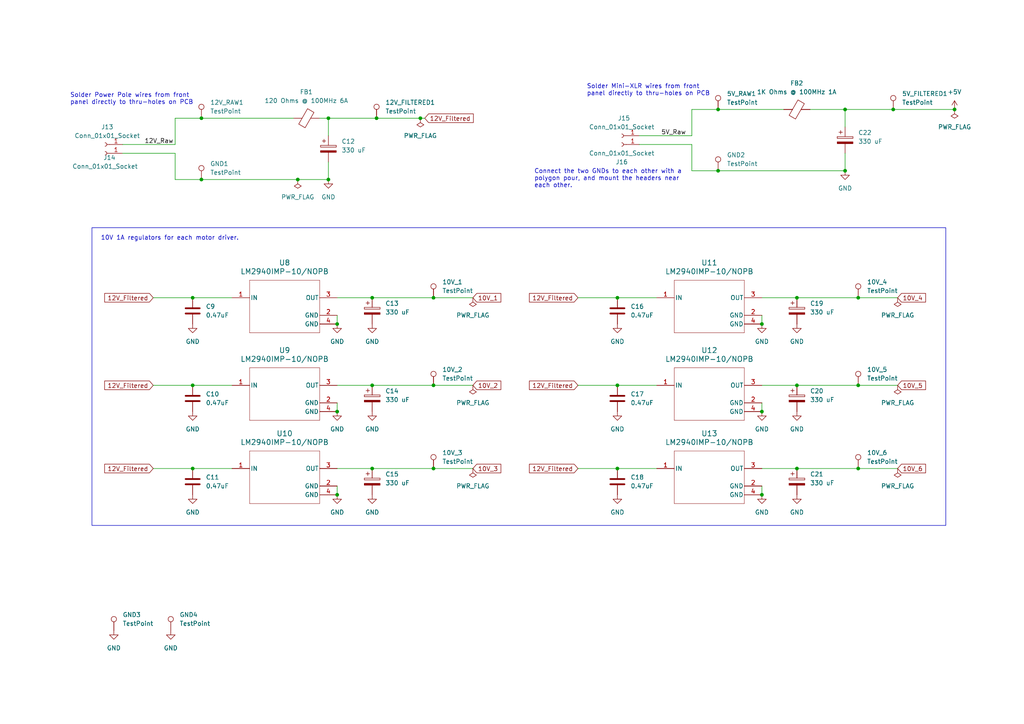
<source format=kicad_sch>
(kicad_sch (version 20230121) (generator eeschema)
  (paper "A4")
  (title_block (date "2023-12-06") (rev "1") (company "Saffman Group at UW-Madison") (comment 1 "Arian Noori"))
  (lib_symbols
    (symbol "2023-11-22_22-07-34:LM2940IMP-10_NOPB" (pin_names (offset 0.254))
      (property "Reference" "U" (at 0 2.54 0))
      (property "Value" "LM2940IMP-10/NOPB" (at 0 0 0))
      (symbol "LM2940IMP-10_NOPB_0_1"
        (polyline (pts (xy -10.16 -7.62) (xy 10.16 -7.62)) (stroke (width 0.1016)))
        (polyline (pts (xy -10.16 7.62) (xy -10.16 -7.62)) (stroke (width 0.1016)))
        (polyline (pts (xy 10.16 -7.62) (xy 10.16 7.62)) (stroke (width 0.1016)))
        (polyline (pts (xy 10.16 7.62) (xy -10.16 7.62)) (stroke (width 0.1016)))
        (pin power_in line (at -15.24 2.54 0) (length 5.08) (name "IN") (number "1"))
        (pin power_in line (at 15.24 -2.54 180) (length 5.08) (name "GND") (number "2"))
        (pin power_in line (at 15.24 2.54 180) (length 5.08) (name "OUT") (number "3"))
        (pin power_in line (at 15.24 -5.08 180) (length 5.08) (name "GND") (number "4"))
      )
    )
    (symbol "Connector:Conn_01x01_Socket" (pin_names (offset 1.016) hide)
      (property "Reference" "J" (at 0 2.54 0))
      (property "Value" "Conn_01x01_Socket" (at 0 -2.54 0))
      (symbol "Conn_01x01_Socket_1_1"
        (polyline (pts (xy -1.27 0) (xy -0.508 0)) (stroke (width 0.1524)))
        (arc (start 0 0.508) (mid -0.5058 0) (end 0 -0.508) (stroke (width 0.1524)))
        (pin passive line (at -5.08 0 0) (length 3.81) (name "Pin_1") (number "1"))
      )
    )
    (symbol "Connector:TestPoint" (pin_numbers hide) (pin_names (offset 0.762) hide)
      (property "Reference" "TP" (at 0 6.858 0))
      (property "Value" "TestPoint" (at 0 5.08 0))
      (symbol "TestPoint_0_1"
        (circle (center 0 3.302) (radius 0.762))
      )
      (symbol "TestPoint_1_1"
        (pin passive line (at 0 0 90) (length 2.54) (name "1") (number "1"))
      )
    )
    (symbol "Device:C" (pin_numbers hide) (pin_names (offset 0.254))
      (property "Reference" "C" (at 0.635 2.54 0))
      (property "Value" "C" (at 0.635 -2.54 0))
      (symbol "C_0_1"
        (polyline (pts (xy -2.032 -0.762) (xy 2.032 -0.762)) (stroke (width 0.508)))
        (polyline (pts (xy -2.032 0.762) (xy 2.032 0.762)) (stroke (width 0.508)))
      )
      (symbol "C_1_1"
        (pin passive line (at 0 3.81 270) (length 2.794) (name "~") (number "1"))
        (pin passive line (at 0 -3.81 90) (length 2.794) (name "~") (number "2"))
      )
    )
    (symbol "Device:C_Polarized" (pin_numbers hide) (pin_names (offset 0.254))
      (property "Reference" "C" (at 0.635 2.54 0))
      (property "Value" "C_Polarized" (at 0.635 -2.54 0))
      (symbol "C_Polarized_0_1"
        (rectangle (start -2.286 0.508) (end 2.286 1.016))
        (polyline (pts (xy -1.778 2.286) (xy -0.762 2.286)))
        (polyline (pts (xy -1.27 2.794) (xy -1.27 1.778)))
        (rectangle (start 2.286 -0.508) (end -2.286 -1.016) (fill (type outline)))
      )
      (symbol "C_Polarized_1_1"
        (pin passive line (at 0 3.81 270) (length 2.794) (name "~") (number "1"))
        (pin passive line (at 0 -3.81 90) (length 2.794) (name "~") (number "2"))
      )
    )
    (symbol "Device:FerriteBead" (pin_numbers hide) (pin_names (offset 0))
      (property "Reference" "FB" (at -3.81 0.635 90))
      (property "Value" "FerriteBead" (at 3.81 0 90))
      (symbol "FerriteBead_0_1"
        (polyline (pts (xy 0 -1.27) (xy 0 -1.2192)))
        (polyline (pts (xy 0 1.27) (xy 0 1.2954)))
        (polyline (pts (xy -2.7686 0.4064) (xy -1.7018 2.2606) (xy 2.7686 -0.3048) (xy 1.6764 -2.159) (xy -2.7686 0.4064)))
      )
      (symbol "FerriteBead_1_1"
        (pin passive line (at 0 3.81 270) (length 2.54) (name "~") (number "1"))
        (pin passive line (at 0 -3.81 90) (length 2.54) (name "~") (number "2"))
      )
    )
    (symbol "power:+5V" (power) (pin_names (offset 0))
      (property "Value" "+5V" (at 0 3.556 0))
      (symbol "+5V_0_1"
        (polyline (pts (xy -0.762 1.27) (xy 0 2.54)))
        (polyline (pts (xy 0 0) (xy 0 2.54)))
        (polyline (pts (xy 0 2.54) (xy 0.762 1.27)))
      )
      (symbol "+5V_1_1"
        (pin power_in line (at 0 0 90) (length 0) hide (name "+5V") (number "1"))
      )
    )
    (symbol "power:GND" (power) (pin_names (offset 0))
      (property "Value" "GND" (at 0 -3.81 0))
      (symbol "GND_0_1"
        (polyline (pts (xy 0 0) (xy 0 -1.27) (xy 1.27 -1.27) (xy 0 -2.54) (xy -1.27 -1.27) (xy 0 -1.27)))
      )
      (symbol "GND_1_1"
        (pin power_in line (at 0 0 270) (length 0) hide (name "GND") (number "1"))
      )
    )
    (symbol "power:PWR_FLAG" (power) (pin_numbers hide) (pin_names (offset 0) hide)
      (property "Value" "PWR_FLAG" (at 0 3.81 0))
      (symbol "PWR_FLAG_0_0"
        (pin power_out line (at 0 0 90) (length 0) (name "pwr") (number "1"))
      )
      (symbol "PWR_FLAG_0_1"
        (polyline (pts (xy 0 0) (xy 0 1.27) (xy -1.016 1.905) (xy 0 2.54) (xy 1.016 1.905) (xy 0 1.27)))
      )
    )
  )
  (junction (at 95.25 34.29))
  (junction (at 245.11 31.75))
  (junction (at 220.98 143.51))
  (junction (at 179.07 111.76))
  (junction (at 55.88 111.76))
  (junction (at 220.98 93.98))
  (junction (at 231.14 135.89))
  (junction (at 97.79 93.98))
  (junction (at 107.95 86.36))
  (junction (at 95.25 52.07))
  (junction (at 179.07 86.36))
  (junction (at 107.95 135.89))
  (junction (at 97.79 143.51))
  (junction (at 86.36 52.07))
  (junction (at 109.22 34.29))
  (junction (at 220.98 119.38))
  (junction (at 208.28 49.53))
  (junction (at 276.86 31.75))
  (junction (at 55.88 86.36))
  (junction (at 107.95 111.76))
  (junction (at 125.73 135.89))
  (junction (at 125.73 111.76))
  (junction (at 248.92 135.89))
  (junction (at 231.14 86.36))
  (junction (at 125.73 86.36))
  (junction (at 248.92 86.36))
  (junction (at 259.08 31.75))
  (junction (at 208.28 31.75))
  (junction (at 179.07 135.89))
  (junction (at 121.92 34.29))
  (junction (at 58.42 52.07))
  (junction (at 97.79 119.38))
  (junction (at 58.42 34.29))
  (junction (at 55.88 135.89))
  (junction (at 248.92 111.76))
  (junction (at 245.11 49.53))
  (junction (at 231.14 111.76))
  (wire (pts (xy 220.98 140.97) (xy 220.98 143.51)))
  (wire (pts (xy 248.92 86.36) (xy 260.35 86.36)))
  (wire (pts (xy 97.79 140.97) (xy 97.79 143.51)))
  (wire (pts (xy 44.45 86.36) (xy 55.88 86.36)))
  (wire (pts (xy 259.08 31.75) (xy 276.86 31.75)))
  (wire (pts (xy 92.71 34.29) (xy 95.25 34.29)))
  (wire (pts (xy 107.95 111.76) (xy 125.73 111.76)))
  (wire (pts (xy 200.66 49.53) (xy 208.28 49.53)))
  (wire (pts (xy 97.79 111.76) (xy 107.95 111.76)))
  (wire (pts (xy 125.73 111.76) (xy 137.16 111.76)))
  (wire (pts (xy 245.11 31.75) (xy 245.11 36.83)))
  (wire (pts (xy 50.8 41.91) (xy 35.56 41.91)))
  (wire (pts (xy 86.36 52.07) (xy 95.25 52.07)))
  (wire (pts (xy 208.28 31.75) (xy 227.33 31.75)))
  (wire (pts (xy 208.28 49.53) (xy 245.11 49.53)))
  (wire (pts (xy 248.92 135.89) (xy 260.35 135.89)))
  (wire (pts (xy 58.42 52.07) (xy 86.36 52.07)))
  (wire (pts (xy 167.64 135.89) (xy 179.07 135.89)))
  (wire (pts (xy 125.73 86.36) (xy 137.16 86.36)))
  (wire (pts (xy 95.25 46.99) (xy 95.25 52.07)))
  (wire (pts (xy 97.79 116.84) (xy 97.79 119.38)))
  (wire (pts (xy 55.88 111.76) (xy 67.31 111.76)))
  (wire (pts (xy 44.45 111.76) (xy 55.88 111.76)))
  (wire (pts (xy 50.8 34.29) (xy 50.8 41.91)))
  (wire (pts (xy 231.14 111.76) (xy 248.92 111.76)))
  (wire (pts (xy 200.66 41.91) (xy 200.66 49.53)))
  (wire (pts (xy 50.8 44.45) (xy 50.8 52.07)))
  (wire (pts (xy 55.88 135.89) (xy 67.31 135.89)))
  (wire (pts (xy 245.11 44.45) (xy 245.11 49.53)))
  (wire (pts (xy 220.98 86.36) (xy 231.14 86.36)))
  (wire (pts (xy 200.66 31.75) (xy 200.66 39.37)))
  (wire (pts (xy 55.88 86.36) (xy 67.31 86.36)))
  (wire (pts (xy 95.25 34.29) (xy 95.25 39.37)))
  (wire (pts (xy 220.98 91.44) (xy 220.98 93.98)))
  (wire (pts (xy 97.79 135.89) (xy 107.95 135.89)))
  (wire (pts (xy 220.98 111.76) (xy 231.14 111.76)))
  (wire (pts (xy 185.42 41.91) (xy 200.66 41.91)))
  (wire (pts (xy 179.07 135.89) (xy 190.5 135.89)))
  (wire (pts (xy 208.28 31.75) (xy 200.66 31.75)))
  (wire (pts (xy 220.98 135.89) (xy 231.14 135.89)))
  (wire (pts (xy 50.8 52.07) (xy 58.42 52.07)))
  (wire (pts (xy 200.66 39.37) (xy 185.42 39.37)))
  (wire (pts (xy 121.92 34.29) (xy 123.19 34.29)))
  (wire (pts (xy 97.79 91.44) (xy 97.79 93.98)))
  (wire (pts (xy 58.42 34.29) (xy 85.09 34.29)))
  (wire (pts (xy 248.92 111.76) (xy 260.35 111.76)))
  (wire (pts (xy 234.95 31.75) (xy 245.11 31.75)))
  (wire (pts (xy 179.07 111.76) (xy 190.5 111.76)))
  (wire (pts (xy 179.07 86.36) (xy 190.5 86.36)))
  (wire (pts (xy 231.14 135.89) (xy 248.92 135.89)))
  (wire (pts (xy 109.22 34.29) (xy 121.92 34.29)))
  (wire (pts (xy 167.64 111.76) (xy 179.07 111.76)))
  (wire (pts (xy 107.95 86.36) (xy 125.73 86.36)))
  (wire (pts (xy 97.79 86.36) (xy 107.95 86.36)))
  (wire (pts (xy 58.42 34.29) (xy 50.8 34.29)))
  (wire (pts (xy 231.14 86.36) (xy 248.92 86.36)))
  (wire (pts (xy 107.95 135.89) (xy 125.73 135.89)))
  (wire (pts (xy 44.45 135.89) (xy 55.88 135.89)))
  (wire (pts (xy 95.25 34.29) (xy 109.22 34.29)))
  (wire (pts (xy 125.73 135.89) (xy 137.16 135.89)))
  (wire (pts (xy 245.11 31.75) (xy 259.08 31.75)))
  (wire (pts (xy 167.64 86.36) (xy 179.07 86.36)))
  (wire (pts (xy 220.98 116.84) (xy 220.98 119.38)))
  (wire (pts (xy 35.56 44.45) (xy 50.8 44.45)))
  (rectangle (start 26.67 66.04) (end 274.32 152.4))
  (text "Solder Mini-XLR wires from front \npanel directly to thru-holes on PCB" (at 170.18 27.94 0) (effects (font (size 1.27 1.27)) (justify left bottom)))
  (text "Connect the two GNDs to each other with a\npolygon pour, and mount the headers near\neach other." (at 154.94 54.61 0) (effects (font (size 1.27 1.27)) (justify left bottom)))
  (text "Solder Power Pole wires from front \npanel directly to thru-holes on PCB" (at 20.32 30.48 0) (effects (font (size 1.27 1.27)) (justify left bottom)))
  (text "10V 1A regulators for each motor driver.\n" (at 29.21 69.85 0) (effects (font (size 1.27 1.27)) (justify left bottom)))
  (label "12V_Raw" (at 41.91 41.91 0))
  (label "5V_Raw" (at 191.77 39.37 0))
  (global_label "12V_Filtered" (shape input) (at 44.45 86.36 180) (property "Intersheetrefs" "${INTERSHEET_REFS}" (effects hide)))
  (global_label "10V_3" (shape input) (at 137.16 135.89 0) (property "Intersheetrefs" "${INTERSHEET_REFS}" (effects hide)))
  (global_label "10V_6" (shape input) (at 260.35 135.89 0) (property "Intersheetrefs" "${INTERSHEET_REFS}" (effects hide)))
  (global_label "12V_Filtered" (shape input) (at 44.45 111.76 180) (property "Intersheetrefs" "${INTERSHEET_REFS}" (effects hide)))
  (global_label "12V_Filtered" (shape input) (at 167.64 111.76 180) (property "Intersheetrefs" "${INTERSHEET_REFS}" (effects hide)))
  (global_label "10V_1" (shape input) (at 137.16 86.36 0) (property "Intersheetrefs" "${INTERSHEET_REFS}" (effects hide)))
  (global_label "12V_Filtered" (shape input) (at 44.45 135.89 180) (property "Intersheetrefs" "${INTERSHEET_REFS}" (effects hide)))
  (global_label "10V_5" (shape input) (at 260.35 111.76 0) (property "Intersheetrefs" "${INTERSHEET_REFS}" (effects hide)))
  (global_label "12V_Filtered" (shape input) (at 167.64 135.89 180) (property "Intersheetrefs" "${INTERSHEET_REFS}" (effects hide)))
  (global_label "10V_2" (shape input) (at 137.16 111.76 0) (property "Intersheetrefs" "${INTERSHEET_REFS}" (effects hide)))
  (global_label "10V_4" (shape input) (at 260.35 86.36 0) (property "Intersheetrefs" "${INTERSHEET_REFS}" (effects hide)))
  (global_label "12V_Filtered" (shape input) (at 123.19 34.29 0) (property "Intersheetrefs" "${INTERSHEET_REFS}" (effects hide)))
  (global_label "12V_Filtered" (shape input) (at 167.64 86.36 180) (property "Intersheetrefs" "${INTERSHEET_REFS}" (effects hide)))
  (symbol (lib_id "power:GND") (at 220.98 119.38 0) (unit 1)
    (property "Reference" "#PWR030" (effects hide))
    (property "Value" "GND" (at 220.98 124.46 0))
  )
  (symbol (lib_id "power:GND") (at 107.95 93.98 0) (unit 1)
    (property "Reference" "#PWR023" (effects hide))
    (property "Value" "GND" (at 107.95 99.06 0))
  )
  (symbol (lib_id "Device:C") (at 55.88 139.7 0) (unit 1)
    (property "Reference" "C11" (at 59.69 138.43 0) (effects (justify left)))
    (property "Value" "0.47uF" (at 59.69 140.97 0) (effects (justify left)))
    (property "Footprint" "Capacitor_SMD:C_0805_2012Metric_Pad1.18x1.45mm_HandSolder" (effects hide))
    (property "Datasheet" "https://www.digikey.com/en/products/detail/samsung-electro-mechanics/CL21B474KBFNNNG/3894539" (effects hide))
  )
  (symbol (lib_id "Device:C") (at 55.88 90.17 0) (unit 1)
    (property "Reference" "C9" (at 59.69 88.9 0) (effects (justify left)))
    (property "Value" "0.47uF" (at 59.69 91.44 0) (effects (justify left)))
    (property "Footprint" "Capacitor_SMD:C_0805_2012Metric_Pad1.18x1.45mm_HandSolder" (effects hide))
    (property "Datasheet" "https://www.digikey.com/en/products/detail/samsung-electro-mechanics/CL21B474KBFNNNG/3894539" (effects hide))
  )
  (symbol (lib_id "2023-11-22_22-07-34:LM2940IMP-10_NOPB") (at 82.55 138.43 0) (unit 1)
    (property "Reference" "U10" (at 82.55 125.73 0) (effects (font (size 1.524 1.524))))
    (property "Value" "LM2940IMP-10/NOPB" (at 82.55 128.27 0) (effects (font (size 1.524 1.524))))
    (property "Footprint" "LM2940IMP_10_NOPB:DCY0004A_M" (effects hide))
    (property "Datasheet" "LM2940IMP-10/NOPB" (effects hide))
  )
  (symbol (lib_id "power:PWR_FLAG") (at 137.16 111.76 180) (unit 1)
    (property "Reference" "#FLG?" (effects hide))
    (property "Value" "PWR_FLAG" (at 137.16 116.84 0))
    (instances (project "ShutterDriver" (path "" (reference "#FLG?") (unit 1)) (path "" (reference "#FLG04") (unit 1))))
  )
  (symbol (lib_id "power:GND") (at 55.88 93.98 0) (unit 1)
    (property "Reference" "#PWR016" (effects hide))
    (property "Value" "GND" (at 55.88 99.06 0))
  )
  (symbol (lib_id "Device:C_Polarized") (at 95.25 43.18 0) (unit 1)
    (property "Reference" "C12" (at 99.06 41.021 0) (effects (justify left)))
    (property "Value" "330 uF" (at 99.06 43.561 0) (effects (justify left)))
    (property "Footprint" "Capacitor_SMD:CP_Elec_8x11.9" (effects hide))
    (property "Datasheet" "https://www.digikey.com/en/products/detail/panasonic-electronic-components/EEE-FN1E331P/11657037" (effects hide))
  )
  (symbol (lib_id "power:GND") (at 179.07 143.51 0) (unit 1)
    (property "Reference" "#PWR028" (effects hide))
    (property "Value" "GND" (at 179.07 148.59 0))
  )
  (symbol (lib_id "2023-11-22_22-07-34:LM2940IMP-10_NOPB") (at 205.74 88.9 0) (unit 1)
    (property "Reference" "U11" (at 205.74 76.2 0) (effects (font (size 1.524 1.524))))
    (property "Value" "LM2940IMP-10/NOPB" (at 205.74 78.74 0) (effects (font (size 1.524 1.524))))
    (property "Footprint" "LM2940IMP_10_NOPB:DCY0004A_M" (effects hide))
    (property "Datasheet" "LM2940IMP-10/NOPB" (effects hide))
  )
  (symbol (lib_id "2023-11-22_22-07-34:LM2940IMP-10_NOPB") (at 82.55 88.9 0) (unit 1)
    (property "Reference" "U8" (at 82.55 76.2 0) (effects (font (size 1.524 1.524))))
    (property "Value" "LM2940IMP-10/NOPB" (at 82.55 78.74 0) (effects (font (size 1.524 1.524))))
    (property "Footprint" "LM2940IMP_10_NOPB:DCY0004A_M" (effects hide))
    (property "Datasheet" "LM2940IMP-10/NOPB" (effects hide))
  )
  (symbol (lib_id "power:PWR_FLAG") (at 260.35 135.89 180) (unit 1)
    (property "Reference" "#FLG?" (effects hide))
    (property "Value" "PWR_FLAG" (at 260.35 140.97 0))
    (instances (project "ShutterDriver" (path "" (reference "#FLG?") (unit 1)) (path "" (reference "#FLG08") (unit 1))))
  )
  (symbol (lib_id "power:GND") (at 49.53 182.88 0) (unit 1)
    (property "Reference" "#PWR038" (effects hide))
    (property "Value" "GND" (at 49.53 187.96 0))
  )
  (symbol (lib_id "power:PWR_FLAG") (at 260.35 111.76 180) (unit 1)
    (property "Reference" "#FLG?" (effects hide))
    (property "Value" "PWR_FLAG" (at 260.35 116.84 0))
    (instances (project "ShutterDriver" (path "" (reference "#FLG?") (unit 1)) (path "" (reference "#FLG07") (unit 1))))
  )
  (symbol (lib_id "Connector:TestPoint") (at 125.73 86.36 0) (unit 1)
    (property "Reference" "10V_1" (at 128.27 81.788 0) (effects (justify left)))
    (property "Value" "TestPoint" (at 128.27 84.328 0) (effects (justify left)))
    (property "Footprint" "TestPoint:TestPoint_Keystone_5019_Minature" (effects hide))
    (property "Datasheet" "https://www.digikey.com/en/products/detail/keystone-electronics/5019/3907343?s=N4IgTCBcDaINYFMCeBnALgewHYIAQFYAGARgE4QBdAXyA" (effects hide))
  )
  (symbol (lib_id "2023-11-22_22-07-34:LM2940IMP-10_NOPB") (at 205.74 138.43 0) (unit 1)
    (property "Reference" "U13" (at 205.74 125.73 0) (effects (font (size 1.524 1.524))))
    (property "Value" "LM2940IMP-10/NOPB" (at 205.74 128.27 0) (effects (font (size 1.524 1.524))))
    (property "Footprint" "LM2940IMP_10_NOPB:DCY0004A_M" (effects hide))
    (property "Datasheet" "LM2940IMP-10/NOPB" (effects hide))
  )
  (symbol (lib_id "power:GND") (at 97.79 143.51 0) (unit 1)
    (property "Reference" "#PWR022" (effects hide))
    (property "Value" "GND" (at 97.79 148.59 0))
  )
  (symbol (lib_id "power:PWR_FLAG") (at 137.16 135.89 180) (unit 1)
    (property "Reference" "#FLG?" (effects hide))
    (property "Value" "PWR_FLAG" (at 137.16 140.97 0))
    (instances (project "ShutterDriver" (path "" (reference "#FLG?") (unit 1)) (path "" (reference "#FLG05") (unit 1))))
  )
  (symbol (lib_id "Device:FerriteBead") (at 88.9 34.29 90) (unit 1)
    (property "Reference" "FB1" (at 88.8492 26.67 90))
    (property "Value" "120 Ohms @ 100MHz 6A" (at 88.8492 29.21 90))
    (property "Footprint" "Resistor_SMD:R_0805_2012Metric_Pad1.20x1.40mm_HandSolder" (effects hide))
    (property "Datasheet" "https://www.digikey.com/en/products/detail/fair-rite-products-corp/2508051217Y6/8594305" (effects hide))
  )
  (symbol (lib_id "Connector:TestPoint") (at 125.73 135.89 0) (unit 1)
    (property "Reference" "10V_3" (at 128.27 131.318 0) (effects (justify left)))
    (property "Value" "TestPoint" (at 128.27 133.858 0) (effects (justify left)))
    (property "Footprint" "TestPoint:TestPoint_Keystone_5019_Minature" (effects hide))
    (property "Datasheet" "https://www.digikey.com/en/products/detail/keystone-electronics/5019/3907343?s=N4IgTCBcDaINYFMCeBnALgewHYIAQFYAGARgE4QBdAXyA" (effects hide))
  )
  (symbol (lib_id "Device:C_Polarized") (at 107.95 90.17 0) (unit 1)
    (property "Reference" "C13" (at 111.76 88.011 0) (effects (justify left)))
    (property "Value" "330 uF" (at 111.76 90.551 0) (effects (justify left)))
    (property "Footprint" "Capacitor_SMD:CP_Elec_8x11.9" (effects hide))
    (property "Datasheet" "https://www.digikey.com/en/products/detail/panasonic-electronic-components/EEE-FN1E331P/11657037" (effects hide))
  )
  (symbol (lib_id "Device:C_Polarized") (at 107.95 115.57 0) (unit 1)
    (property "Reference" "C14" (at 111.76 113.411 0) (effects (justify left)))
    (property "Value" "330 uF" (at 111.76 115.951 0) (effects (justify left)))
    (property "Footprint" "Capacitor_SMD:CP_Elec_8x11.9" (effects hide))
    (property "Datasheet" "https://www.digikey.com/en/products/detail/panasonic-electronic-components/EEE-FN1E331P/11657037" (effects hide))
  )
  (symbol (lib_id "power:PWR_FLAG") (at 260.35 86.36 180) (unit 1)
    (property "Reference" "#FLG?" (effects hide))
    (property "Value" "PWR_FLAG" (at 260.35 91.44 0))
    (instances (project "ShutterDriver" (path "" (reference "#FLG?") (unit 1)) (path "" (reference "#FLG06") (unit 1))))
  )
  (symbol (lib_id "power:GND") (at 95.25 52.07 0) (unit 1)
    (property "Reference" "#PWR019" (effects hide))
    (property "Value" "GND" (at 95.25 57.15 0))
  )
  (symbol (lib_id "Device:C_Polarized") (at 231.14 115.57 0) (unit 1)
    (property "Reference" "C20" (at 234.95 113.411 0) (effects (justify left)))
    (property "Value" "330 uF" (at 234.95 115.951 0) (effects (justify left)))
    (property "Footprint" "Capacitor_SMD:CP_Elec_8x11.9" (effects hide))
    (property "Datasheet" "https://www.digikey.com/en/products/detail/panasonic-electronic-components/EEE-FN1E331P/11657037" (effects hide))
  )
  (symbol (lib_id "power:GND") (at 107.95 143.51 0) (unit 1)
    (property "Reference" "#PWR025" (effects hide))
    (property "Value" "GND" (at 107.95 148.59 0))
  )
  (symbol (lib_id "Connector:TestPoint") (at 58.42 52.07 0) (unit 1)
    (property "Reference" "GND1" (at 60.96 47.498 0) (effects (justify left)))
    (property "Value" "TestPoint" (at 60.96 50.038 0) (effects (justify left)))
    (property "Footprint" "TestPoint:TestPoint_Keystone_5019_Minature" (effects hide))
    (property "Datasheet" "https://www.digikey.com/en/products/detail/keystone-electronics/5019/3907343?s=N4IgTCBcDaINYFMCeBnALgewHYIAQFYAGARgE4QBdAXyA" (effects hide))
  )
  (symbol (lib_id "Device:C") (at 179.07 115.57 0) (unit 1)
    (property "Reference" "C17" (at 182.88 114.3 0) (effects (justify left)))
    (property "Value" "0.47uF" (at 182.88 116.84 0) (effects (justify left)))
    (property "Footprint" "Capacitor_SMD:C_0805_2012Metric_Pad1.18x1.45mm_HandSolder" (effects hide))
    (property "Datasheet" "https://www.digikey.com/en/products/detail/samsung-electro-mechanics/CL21B474KBFNNNG/3894539" (effects hide))
  )
  (symbol (lib_id "Connector:TestPoint") (at 248.92 135.89 0) (unit 1)
    (property "Reference" "10V_6" (at 251.46 131.318 0) (effects (justify left)))
    (property "Value" "TestPoint" (at 251.46 133.858 0) (effects (justify left)))
    (property "Footprint" "TestPoint:TestPoint_Keystone_5019_Minature" (effects hide))
    (property "Datasheet" "https://www.digikey.com/en/products/detail/keystone-electronics/5019/3907343?s=N4IgTCBcDaINYFMCeBnALgewHYIAQFYAGARgE4QBdAXyA" (effects hide))
  )
  (symbol (lib_id "Device:C") (at 55.88 115.57 0) (unit 1)
    (property "Reference" "C10" (at 59.69 114.3 0) (effects (justify left)))
    (property "Value" "0.47uF" (at 59.69 116.84 0) (effects (justify left)))
    (property "Footprint" "Capacitor_SMD:C_0805_2012Metric_Pad1.18x1.45mm_HandSolder" (effects hide))
    (property "Datasheet" "https://www.digikey.com/en/products/detail/samsung-electro-mechanics/CL21B474KBFNNNG/3894539" (effects hide))
  )
  (symbol (lib_id "Connector:TestPoint") (at 259.08 31.75 0) (unit 1)
    (property "Reference" "5V_FILTERED1" (at 261.62 27.178 0) (effects (justify left)))
    (property "Value" "TestPoint" (at 261.62 29.718 0) (effects (justify left)))
    (property "Footprint" "TestPoint:TestPoint_Keystone_5019_Minature" (effects hide))
    (property "Datasheet" "https://www.digikey.com/en/products/detail/keystone-electronics/5019/3907343?s=N4IgTCBcDaINYFMCeBnALgewHYIAQFYAGARgE4QBdAXyA" (effects hide))
  )
  (symbol (lib_id "power:+5V") (at 276.86 31.75 0) (unit 1)
    (property "Reference" "#PWR036" (effects hide))
    (property "Value" "+5V" (at 276.86 26.67 0))
  )
  (symbol (lib_id "Device:C_Polarized") (at 231.14 139.7 0) (unit 1)
    (property "Reference" "C21" (at 234.95 137.541 0) (effects (justify left)))
    (property "Value" "330 uF" (at 234.95 140.081 0) (effects (justify left)))
    (property "Footprint" "Capacitor_SMD:CP_Elec_8x11.9" (effects hide))
    (property "Datasheet" "https://www.digikey.com/en/products/detail/panasonic-electronic-components/EEE-FN1E331P/11657037" (effects hide))
  )
  (symbol (lib_id "power:GND") (at 179.07 119.38 0) (unit 1)
    (property "Reference" "#PWR027" (effects hide))
    (property "Value" "GND" (at 179.07 124.46 0))
  )
  (symbol (lib_id "Connector:TestPoint") (at 248.92 86.36 0) (unit 1)
    (property "Reference" "10V_4" (at 251.46 81.788 0) (effects (justify left)))
    (property "Value" "TestPoint" (at 251.46 84.328 0) (effects (justify left)))
    (property "Footprint" "TestPoint:TestPoint_Keystone_5019_Minature" (effects hide))
    (property "Datasheet" "https://www.digikey.com/en/products/detail/keystone-electronics/5019/3907343?s=N4IgTCBcDaINYFMCeBnALgewHYIAQFYAGARgE4QBdAXyA" (effects hide))
  )
  (symbol (lib_id "Device:C") (at 179.07 90.17 0) (unit 1)
    (property "Reference" "C16" (at 182.88 88.9 0) (effects (justify left)))
    (property "Value" "0.47uF" (at 182.88 91.44 0) (effects (justify left)))
    (property "Footprint" "Capacitor_SMD:C_0805_2012Metric_Pad1.18x1.45mm_HandSolder" (effects hide))
    (property "Datasheet" "https://www.digikey.com/en/products/detail/samsung-electro-mechanics/CL21B474KBFNNNG/3894539" (effects hide))
  )
  (symbol (lib_id "power:PWR_FLAG") (at 86.36 52.07 180) (unit 1)
    (property "Reference" "#FLG?" (effects hide))
    (property "Value" "PWR_FLAG" (at 86.36 57.15 0))
    (instances (project "ShutterDriver" (path "" (reference "#FLG?") (unit 1)) (path "" (reference "#FLG01") (unit 1))))
  )
  (symbol (lib_id "Device:FerriteBead") (at 231.14 31.75 90) (unit 1)
    (property "Reference" "FB2" (at 231.0892 24.13 90))
    (property "Value" "1K Ohms @ 100MHz 1A" (at 231.0892 26.67 90))
    (property "Footprint" "Resistor_SMD:R_0805_2012Metric_Pad1.20x1.40mm_HandSolder" (effects hide))
    (property "Datasheet" "https://www.digikey.com/en/products/detail/fair-rite-products-corp/2508051027Y1/8594251" (effects hide))
  )
  (symbol (lib_id "power:GND") (at 231.14 93.98 0) (unit 1)
    (property "Reference" "#PWR032" (effects hide))
    (property "Value" "GND" (at 231.14 99.06 0))
  )
  (symbol (lib_id "power:GND") (at 97.79 93.98 0) (unit 1)
    (property "Reference" "#PWR020" (effects hide))
    (property "Value" "GND" (at 97.79 99.06 0))
  )
  (symbol (lib_id "Connector:Conn_01x01_Socket") (at 180.34 41.91 180) (unit 1)
    (property "Reference" "J16" (at 180.34 46.99 0))
    (property "Value" "Conn_01x01_Socket" (at 180.34 44.45 0))
    (property "Footprint" "Connector_Pin:Pin_D1.3mm_L11.0mm_LooseFit" (effects hide))
  )
  (symbol (lib_id "power:GND") (at 231.14 143.51 0) (unit 1)
    (property "Reference" "#PWR034" (effects hide))
    (property "Value" "GND" (at 231.14 148.59 0))
  )
  (symbol (lib_id "power:GND") (at 231.14 119.38 0) (unit 1)
    (property "Reference" "#PWR033" (effects hide))
    (property "Value" "GND" (at 231.14 124.46 0))
  )
  (symbol (lib_id "power:GND") (at 220.98 93.98 0) (unit 1)
    (property "Reference" "#PWR029" (effects hide))
    (property "Value" "GND" (at 220.98 99.06 0))
  )
  (symbol (lib_id "power:GND") (at 245.11 49.53 0) (unit 1)
    (property "Reference" "#PWR035" (effects hide))
    (property "Value" "GND" (at 245.11 54.61 0))
  )
  (symbol (lib_id "Device:C_Polarized") (at 231.14 90.17 0) (unit 1)
    (property "Reference" "C19" (at 234.95 88.011 0) (effects (justify left)))
    (property "Value" "330 uF" (at 234.95 90.551 0) (effects (justify left)))
    (property "Footprint" "Capacitor_SMD:CP_Elec_8x11.9" (effects hide))
    (property "Datasheet" "https://www.digikey.com/en/products/detail/panasonic-electronic-components/EEE-FN1E331P/11657037" (effects hide))
  )
  (symbol (lib_id "Connector:TestPoint") (at 49.53 182.88 0) (unit 1)
    (property "Reference" "GND4" (at 52.07 178.308 0) (effects (justify left)))
    (property "Value" "TestPoint" (at 52.07 180.848 0) (effects (justify left)))
    (property "Footprint" "TestPoint:TestPoint_Keystone_5019_Minature" (effects hide))
    (property "Datasheet" "https://www.digikey.com/en/products/detail/keystone-electronics/5019/3907343?s=N4IgTCBcDaINYFMCeBnALgewHYIAQFYAGARgE4QBdAXyA" (effects hide))
  )
  (symbol (lib_id "Connector:TestPoint") (at 248.92 111.76 0) (unit 1)
    (property "Reference" "10V_5" (at 251.46 107.188 0) (effects (justify left)))
    (property "Value" "TestPoint" (at 251.46 109.728 0) (effects (justify left)))
    (property "Footprint" "TestPoint:TestPoint_Keystone_5019_Minature" (effects hide))
    (property "Datasheet" "https://www.digikey.com/en/products/detail/keystone-electronics/5019/3907343?s=N4IgTCBcDaINYFMCeBnALgewHYIAQFYAGARgE4QBdAXyA" (effects hide))
  )
  (symbol (lib_id "power:PWR_FLAG") (at 137.16 86.36 180) (unit 1)
    (property "Reference" "#FLG?" (effects hide))
    (property "Value" "PWR_FLAG" (at 137.16 91.44 0))
    (instances (project "ShutterDriver" (path "" (reference "#FLG?") (unit 1)) (path "" (reference "#FLG03") (unit 1))))
  )
  (symbol (lib_id "power:GND") (at 55.88 119.38 0) (unit 1)
    (property "Reference" "#PWR017" (effects hide))
    (property "Value" "GND" (at 55.88 124.46 0))
  )
  (symbol (lib_id "2023-11-22_22-07-34:LM2940IMP-10_NOPB") (at 205.74 114.3 0) (unit 1)
    (property "Reference" "U12" (at 205.74 101.6 0) (effects (font (size 1.524 1.524))))
    (property "Value" "LM2940IMP-10/NOPB" (at 205.74 104.14 0) (effects (font (size 1.524 1.524))))
    (property "Footprint" "LM2940IMP_10_NOPB:DCY0004A_M" (effects hide))
    (property "Datasheet" "LM2940IMP-10/NOPB" (effects hide))
  )
  (symbol (lib_id "power:GND") (at 107.95 119.38 0) (unit 1)
    (property "Reference" "#PWR024" (effects hide))
    (property "Value" "GND" (at 107.95 124.46 0))
  )
  (symbol (lib_id "Connector:Conn_01x01_Socket") (at 30.48 41.91 180) (unit 1)
    (property "Reference" "J13" (at 31.115 36.83 0))
    (property "Value" "Conn_01x01_Socket" (at 31.115 39.37 0))
    (property "Footprint" "Connector_Pin:Pin_D1.3mm_L11.0mm_LooseFit" (effects hide))
  )
  (symbol (lib_id "2023-11-22_22-07-34:LM2940IMP-10_NOPB") (at 82.55 114.3 0) (unit 1)
    (property "Reference" "U9" (at 82.55 101.6 0) (effects (font (size 1.524 1.524))))
    (property "Value" "LM2940IMP-10/NOPB" (at 82.55 104.14 0) (effects (font (size 1.524 1.524))))
    (property "Footprint" "LM2940IMP_10_NOPB:DCY0004A_M" (effects hide))
    (property "Datasheet" "LM2940IMP-10/NOPB" (effects hide))
  )
  (symbol (lib_id "Connector:Conn_01x01_Socket") (at 180.34 39.37 180) (unit 1)
    (property "Reference" "J15" (at 180.975 34.29 0))
    (property "Value" "Conn_01x01_Socket" (at 180.34 36.83 0))
    (property "Footprint" "Connector_Pin:Pin_D1.3mm_L11.0mm_LooseFit" (effects hide))
  )
  (symbol (lib_id "power:PWR_FLAG") (at 276.86 31.75 180) (unit 1)
    (property "Reference" "#FLG?" (effects hide))
    (property "Value" "PWR_FLAG" (at 276.86 36.83 0))
    (instances (project "ShutterDriver" (path "" (reference "#FLG?") (unit 1)) (path "" (reference "#FLG09") (unit 1))))
  )
  (symbol (lib_id "power:GND") (at 55.88 143.51 0) (unit 1)
    (property "Reference" "#PWR018" (effects hide))
    (property "Value" "GND" (at 55.88 148.59 0))
  )
  (symbol (lib_id "Device:C_Polarized") (at 245.11 40.64 0) (unit 1)
    (property "Reference" "C22" (at 248.92 38.481 0) (effects (justify left)))
    (property "Value" "330 uF" (at 248.92 41.021 0) (effects (justify left)))
    (property "Footprint" "Capacitor_SMD:CP_Elec_8x11.9" (effects hide))
    (property "Datasheet" "https://www.digikey.com/en/products/detail/panasonic-electronic-components/EEE-FN1E331P/11657037" (effects hide))
  )
  (symbol (lib_id "Device:C_Polarized") (at 107.95 139.7 0) (unit 1)
    (property "Reference" "C15" (at 111.76 137.541 0) (effects (justify left)))
    (property "Value" "330 uF" (at 111.76 140.081 0) (effects (justify left)))
    (property "Footprint" "Capacitor_SMD:CP_Elec_8x11.9" (effects hide))
    (property "Datasheet" "https://www.digikey.com/en/products/detail/panasonic-electronic-components/EEE-FN1E331P/11657037" (effects hide))
  )
  (symbol (lib_id "Device:C") (at 179.07 139.7 0) (unit 1)
    (property "Reference" "C18" (at 182.88 138.43 0) (effects (justify left)))
    (property "Value" "0.47uF" (at 182.88 140.97 0) (effects (justify left)))
    (property "Footprint" "Capacitor_SMD:C_0805_2012Metric_Pad1.18x1.45mm_HandSolder" (effects hide))
    (property "Datasheet" "https://www.digikey.com/en/products/detail/samsung-electro-mechanics/CL21B474KBFNNNG/3894539" (effects hide))
  )
  (symbol (lib_id "Connector:Conn_01x01_Socket") (at 30.48 44.45 180) (unit 1)
    (property "Reference" "J14" (at 31.75 45.72 0))
    (property "Value" "Conn_01x01_Socket" (at 30.48 48.26 0))
    (property "Footprint" "Connector_Pin:Pin_D1.3mm_L11.0mm_LooseFit" (effects hide))
  )
  (symbol (lib_id "power:GND") (at 220.98 143.51 0) (unit 1)
    (property "Reference" "#PWR031" (effects hide))
    (property "Value" "GND" (at 220.98 148.59 0))
  )
  (symbol (lib_id "Connector:TestPoint") (at 58.42 34.29 0) (unit 1)
    (property "Reference" "12V_RAW1" (at 60.96 29.718 0) (effects (justify left)))
    (property "Value" "TestPoint" (at 60.96 32.258 0) (effects (justify left)))
    (property "Footprint" "TestPoint:TestPoint_Keystone_5019_Minature" (effects hide))
    (property "Datasheet" "https://www.digikey.com/en/products/detail/keystone-electronics/5019/3907343?s=N4IgTCBcDaINYFMCeBnALgewHYIAQFYAGARgE4QBdAXyA" (effects hide))
  )
  (symbol (lib_id "power:GND") (at 179.07 93.98 0) (unit 1)
    (property "Reference" "#PWR026" (effects hide))
    (property "Value" "GND" (at 179.07 99.06 0))
  )
  (symbol (lib_id "power:GND") (at 33.02 182.88 0) (unit 1)
    (property "Reference" "#PWR037" (effects hide))
    (property "Value" "GND" (at 33.02 187.96 0))
  )
  (symbol (lib_id "Connector:TestPoint") (at 33.02 182.88 0) (unit 1)
    (property "Reference" "GND3" (at 35.56 178.308 0) (effects (justify left)))
    (property "Value" "TestPoint" (at 35.56 180.848 0) (effects (justify left)))
    (property "Footprint" "TestPoint:TestPoint_Keystone_5019_Minature" (effects hide))
    (property "Datasheet" "https://www.digikey.com/en/products/detail/keystone-electronics/5019/3907343?s=N4IgTCBcDaINYFMCeBnALgewHYIAQFYAGARgE4QBdAXyA" (effects hide))
  )
  (symbol (lib_id "Connector:TestPoint") (at 109.22 34.29 0) (unit 1)
    (property "Reference" "12V_FILTERED1" (at 111.76 29.718 0) (effects (justify left)))
    (property "Value" "TestPoint" (at 111.76 32.258 0) (effects (justify left)))
    (property "Footprint" "TestPoint:TestPoint_Keystone_5019_Minature" (effects hide))
    (property "Datasheet" "https://www.digikey.com/en/products/detail/keystone-electronics/5019/3907343?s=N4IgTCBcDaINYFMCeBnALgewHYIAQFYAGARgE4QBdAXyA" (effects hide))
  )
  (symbol (lib_id "Connector:TestPoint") (at 125.73 111.76 0) (unit 1)
    (property "Reference" "10V_2" (at 128.27 107.188 0) (effects (justify left)))
    (property "Value" "TestPoint" (at 128.27 109.728 0) (effects (justify left)))
    (property "Footprint" "TestPoint:TestPoint_Keystone_5019_Minature" (effects hide))
    (property "Datasheet" "https://www.digikey.com/en/products/detail/keystone-electronics/5019/3907343?s=N4IgTCBcDaINYFMCeBnALgewHYIAQFYAGARgE4QBdAXyA" (effects hide))
  )
  (symbol (lib_id "power:PWR_FLAG") (at 121.92 34.29 180) (unit 1)
    (property "Reference" "#FLG?" (effects hide))
    (property "Value" "PWR_FLAG" (at 121.92 39.37 0))
    (instances (project "ShutterDriver" (path "" (reference "#FLG?") (unit 1)) (path "" (reference "#FLG02") (unit 1))))
  )
  (symbol (lib_id "Connector:TestPoint") (at 208.28 31.75 0) (unit 1)
    (property "Reference" "5V_RAW1" (at 210.82 27.178 0) (effects (justify left)))
    (property "Value" "TestPoint" (at 210.82 29.718 0) (effects (justify left)))
    (property "Footprint" "TestPoint:TestPoint_Keystone_5019_Minature" (effects hide))
    (property "Datasheet" "https://www.digikey.com/en/products/detail/keystone-electronics/5019/3907343?s=N4IgTCBcDaINYFMCeBnALgewHYIAQFYAGARgE4QBdAXyA" (effects hide))
  )
  (symbol (lib_id "Connector:TestPoint") (at 208.28 49.53 0) (unit 1)
    (property "Reference" "GND2" (at 210.82 44.958 0) (effects (justify left)))
    (property "Value" "TestPoint" (at 210.82 47.498 0) (effects (justify left)))
    (property "Footprint" "TestPoint:TestPoint_Keystone_5019_Minature" (effects hide))
    (property "Datasheet" "https://www.digikey.com/en/products/detail/keystone-electronics/5019/3907343?s=N4IgTCBcDaINYFMCeBnALgewHYIAQFYAGARgE4QBdAXyA" (effects hide))
  )
  (symbol (lib_id "power:GND") (at 97.79 119.38 0) (unit 1)
    (property "Reference" "#PWR021" (effects hide))
    (property "Value" "GND" (at 97.79 124.46 0))
  )
)
</source>
